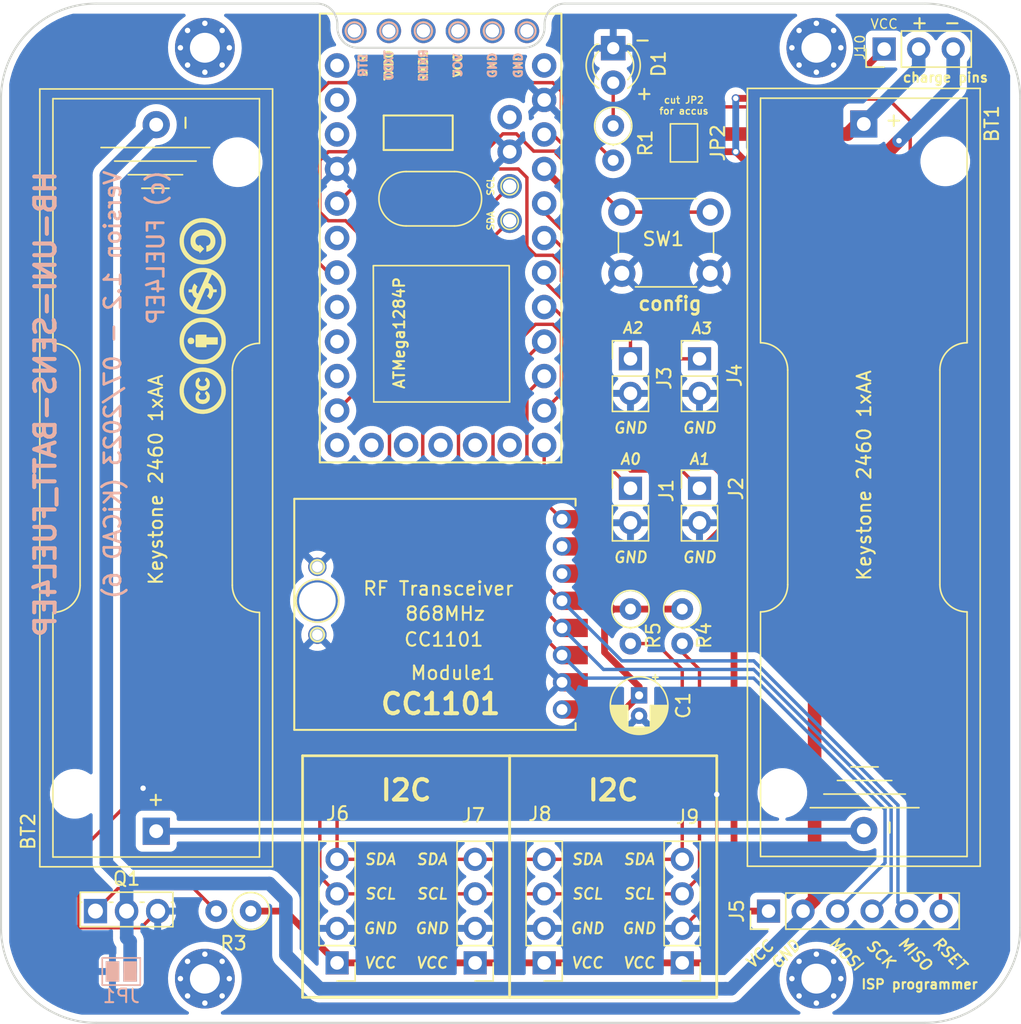
<source format=kicad_pcb>
(kicad_pcb (version 20211014) (generator pcbnew)
  (title_block (title "HB-UNI-SEN-BATT_FUEL4EP") (date "2023-07-24") (rev "V1.2") (company "FUEL4EP"))
  (layers (0 "F.Cu" signal) (31 "B.Cu" signal) (34 "B.Paste" user) (35 "F.Paste" user) (36 "B.SilkS" user "B.Silkscreen") (37 "F.SilkS" user "F.Silkscreen") (38 "B.Mask" user) (39 "F.Mask" user) (44 "Edge.Cuts" user))
  (net 0 "")
  (net 1 "GND")
  (net 2 "Net-(D1-Pad2)")
  (net 3 "/SS")
  (net 4 "/D2")
  (net 5 "/SCL")
  (net 6 "/SDA")
  (net 7 "/A0")
  (net 8 "/A1")
  (net 9 "/A2")
  (net 10 "/A3")
  (net 11 "/MOSI")
  (net 12 "/SCK")
  (net 13 "/MISO")
  (net 14 "/RSET")
  (net 15 "Net-(Q1-Pad1)")
  (net 16 "VCC")
  (net 18 "unconnected-(Module1-Pad6C)")
  (net 30 "/CONFIG")
  (net 31 "Net-(Module2-Pad7C)")
  (net 38 "/minusBAT")
  (net 43 "/plusBAT")
  (net 44 "/conBAT")
  (footprint "LED_THT:LED_D3.0mm" (layer "F.Cu") (at 45.05 -71.72 -90)
    (fp_text reference "D1" (at 1.15 -3.34 90) (layer "F.SilkS"))
    (fp_text value "LED red 3mm")
    (pad "1" thru_hole rect (at 0 0 270) (size 1.8 1.8) (drill 0.9) (layers *.Cu *.Mask) (net 1 "GND"))
    (pad "2" thru_hole circle (at 2.54 0 270) (size 1.8 1.8) (drill 0.9) (layers *.Cu *.Mask) (net 2 "Net-(D1-Pad2)"))
  )
  (footprint "Connector_PinHeader_2.54mm:PinHeader_1x02_P2.54mm_Vertical" (layer "F.Cu") (at 46.32 -39.335)
    (fp_text reference "J1" (at 2.6416 0.1778 90) (layer "F.SilkS"))
    (fp_text value "Conn_01x02")
    (pad "1" thru_hole rect (at 0 0) (size 1.7 1.7) (drill 1) (layers *.Cu *.Mask) (net 7 "/A0"))
    (pad "2" thru_hole oval (at 0 2.54) (size 1.7 1.7) (drill 1) (layers *.Cu *.Mask) (net 1 "GND"))
  )
  (footprint "Connector_PinHeader_2.54mm:PinHeader_1x02_P2.54mm_Vertical" (layer "F.Cu") (at 51.4 -39.335)
    (fp_text reference "J2" (at 2.6924 0.0254 90) (layer "F.SilkS"))
    (fp_text value "Conn_01x02")
    (pad "1" thru_hole rect (at 0 0) (size 1.7 1.7) (drill 1) (layers *.Cu *.Mask) (net 8 "/A1"))
    (pad "2" thru_hole oval (at 0 2.54) (size 1.7 1.7) (drill 1) (layers *.Cu *.Mask) (net 1 "GND"))
  )
  (footprint "Connector_PinHeader_2.54mm:PinHeader_1x04_P2.54mm_Vertical" (layer "F.Cu") (at 34.89 -4.41 180)
    (fp_text reference "J7" (at 0.14 10.85) (layer "F.SilkS"))
    (fp_text value "Conn_01x04")
    (pad "1" thru_hole rect (at 0 0 180) (size 1.7 1.7) (drill 1) (layers *.Cu *.Mask) (net 16 "VCC"))
    (pad "2" thru_hole oval (at 0 2.54 180) (size 1.7 1.7) (drill 1) (layers *.Cu *.Mask) (net 1 "GND"))
    (pad "3" thru_hole oval (at 0 5.08 180) (size 1.7 1.7) (drill 1) (layers *.Cu *.Mask) (net 5 "/SCL"))
    (pad "4" thru_hole oval (at 0 7.62 180) (size 1.7 1.7) (drill 1) (layers *.Cu *.Mask) (net 6 "/SDA"))
  )
  (footprint "Connector_PinHeader_2.54mm:PinHeader_1x02_P2.54mm_Vertical" (layer "F.Cu") (at 46.32 -48.86)
    (fp_text reference "J3" (at 2.4892 1.4224 90) (layer "F.SilkS"))
    (fp_text value "Conn_01x02")
    (pad "1" thru_hole rect (at 0 0) (size 1.7 1.7) (drill 1) (layers *.Cu *.Mask) (net 9 "/A2"))
    (pad "2" thru_hole oval (at 0 2.54) (size 1.7 1.7) (drill 1) (layers *.Cu *.Mask) (net 1 "GND"))
  )
  (footprint "Connector_PinHeader_2.54mm:PinHeader_1x02_P2.54mm_Vertical" (layer "F.Cu") (at 51.4 -48.86)
    (fp_text reference "J4" (at 2.5908 1.2192 90) (layer "F.SilkS"))
    (fp_text value "Conn_01x02")
    (pad "1" thru_hole rect (at 0 0) (size 1.7 1.7) (drill 1) (layers *.Cu *.Mask) (net 10 "/A3"))
    (pad "2" thru_hole oval (at 0 2.54) (size 1.7 1.7) (drill 1) (layers *.Cu *.Mask) (net 1 "GND"))
  )
  (footprint "Connector_PinHeader_2.54mm:PinHeader_1x06_P2.54mm_Vertical" (layer "F.Cu") (at 56.48 -8.22 90)
    (fp_text reference "J5" (at 0 -2.33 90) (layer "F.SilkS"))
    (fp_text value "ISP Programmer")
    (pad "1" thru_hole rect (at 0 0 90) (size 1.7 1.7) (drill 1) (layers *.Cu *.Mask) (net 16 "VCC"))
    (pad "2" thru_hole oval (at 0 2.54 90) (size 1.7 1.7) (drill 1) (layers *.Cu *.Mask) (net 38 "/minusBAT"))
    (pad "3" thru_hole oval (at 0 5.08 90) (size 1.7 1.7) (drill 1) (layers *.Cu *.Mask) (net 11 "/MOSI"))
    (pad "4" thru_hole oval (at 0 7.62 90) (size 1.7 1.7) (drill 1) (layers *.Cu *.Mask) (net 12 "/SCK"))
    (pad "5" thru_hole oval (at 0 10.16 90) (size 1.7 1.7) (drill 1) (layers *.Cu *.Mask) (net 13 "/MISO"))
    (pad "6" thru_hole oval (at 0 12.7 90) (size 1.7 1.7) (drill 1) (layers *.Cu *.Mask) (net 14 "/RSET"))
  )
  (footprint "Connector_PinHeader_2.54mm:PinHeader_1x04_P2.54mm_Vertical" (layer "F.Cu") (at 24.73 -4.41 180)
    (fp_text reference "J6" (at -0.04 10.99) (layer "F.SilkS"))
    (fp_text value "Conn_01x04")
    (pad "1" thru_hole rect (at 0 0 180) (size 1.7 1.7) (drill 1) (layers *.Cu *.Mask) (net 16 "VCC"))
    (pad "2" thru_hole oval (at 0 2.54 180) (size 1.7 1.7) (drill 1) (layers *.Cu *.Mask) (net 1 "GND"))
    (pad "3" thru_hole oval (at 0 5.08 180) (size 1.7 1.7) (drill 1) (layers *.Cu *.Mask) (net 5 "/SCL"))
    (pad "4" thru_hole oval (at 0 7.62 180) (size 1.7 1.7) (drill 1) (layers *.Cu *.Mask) (net 6 "/SDA"))
  )
  (footprint "Capacitor_THT:CP_Radial_D4.0mm_P1.50mm" (layer "F.Cu") (at 46.955 -24.095 -90)
    (fp_text reference "C1" (at 0.75 -3.25 90) (layer "F.SilkS"))
    (fp_text value "10uF")
    (pad "1" thru_hole rect (at 0 0 270) (size 1.2 1.2) (drill 0.6) (layers *.Cu *.Mask) (net 16 "VCC"))
    (pad "2" thru_hole circle (at 1.5 0 270) (size 1.2 1.2) (drill 0.6) (layers *.Cu *.Mask) (net 1 "GND"))
  )
  (footprint "Resistor_THT:R_Axial_DIN0207_L6.3mm_D2.5mm_P2.54mm_Vertical" (layer "F.Cu") (at 50.13 -30.445 -90)
    (fp_text reference "R4" (at 1.945 -1.62 90) (layer "F.SilkS"))
    (fp_text value "10K")
    (pad "1" thru_hole circle (at 0 0 270) (size 1.6 1.6) (drill 0.8) (layers *.Cu *.Mask) (net 16 "VCC"))
    (pad "2" thru_hole oval (at 2.54 0 270) (size 1.6 1.6) (drill 0.8) (layers *.Cu *.Mask) (net 5 "/SCL"))
  )
  (footprint "Resistor_THT:R_Axial_DIN0207_L6.3mm_D2.5mm_P2.54mm_Vertical" (layer "F.Cu") (at 46.32 -30.445 -90)
    (fp_text reference "R5" (at 1.945 -1.68 90) (layer "F.SilkS"))
    (fp_text value "10K")
    (pad "1" thru_hole circle (at 0 0 270) (size 1.6 1.6) (drill 0.8) (layers *.Cu *.Mask) (net 16 "VCC"))
    (pad "2" thru_hole oval (at 2.54 0 270) (size 1.6 1.6) (drill 0.8) (layers *.Cu *.Mask) (net 6 "/SDA"))
  )
  (footprint "Resistor_THT:R_Axial_DIN0207_L6.3mm_D2.5mm_P2.54mm_Vertical" (layer "F.Cu") (at 45.05 -66.005 -90)
    (fp_text reference "R1" (at 1.27 -2.37 90) (layer "F.SilkS"))
    (fp_text value "470")
    (pad "1" thru_hole circle (at 0 0 270) (size 1.6 1.6) (drill 0.8) (layers *.Cu *.Mask) (net 2 "Net-(D1-Pad2)"))
    (pad "2" thru_hole oval (at 2.54 0 270) (size 1.6 1.6) (drill 0.8) (layers *.Cu *.Mask) (net 31 "Net-(Module2-Pad7C)"))
  )
  (footprint "Resistor_THT:R_Axial_DIN0207_L6.3mm_D2.5mm_P2.54mm_Vertical" (layer "F.Cu") (at 18.38 -8.22 180)
    (fp_text reference "R3" (at 1.27 -2.37) (layer "F.SilkS"))
    (fp_text value "100K")
    (pad "1" thru_hole circle (at 0 0 180) (size 1.6 1.6) (drill 0.8) (layers *.Cu *.Mask) (net 16 "VCC"))
    (pad "2" thru_hole oval (at 2.54 0 180) (size 1.6 1.6) (drill 0.8) (layers *.Cu *.Mask) (net 15 "Net-(Q1-Pad1)"))
  )
  (footprint "Package_TO_SOT_THT:TO-251-3_Vertical" (layer "F.Cu") (at 6.95 -8.22)
    (fp_text reference "Q1" (at 2.29 -2.39) (layer "F.SilkS"))
    (fp_text value "IRLU024N")
    (pad "1" thru_hole rect (at 0 0) (size 1.7175 1.8) (drill 1.1) (layers *.Cu *.Mask) (net 15 "Net-(Q1-Pad1)"))
    (pad "2" thru_hole oval (at 2.29 0) (size 1.7175 1.8) (drill 1.1) (layers *.Cu *.Mask) (net 38 "/minusBAT"))
    (pad "3" thru_hole oval (at 4.58 0) (size 1.7175 1.8) (drill 1.1) (layers *.Cu *.Mask) (net 1 "GND"))
  )
  (footprint "Connector_PinHeader_2.54mm:PinHeader_1x04_P2.54mm_Vertical" (layer "F.Cu") (at 50.13 -4.41 180)
    (fp_text reference "J9" (at -0.39 10.74) (layer "F.SilkS"))
    (fp_text value "Conn_01x04")
    (pad "1" thru_hole rect (at 0 0 180) (size 1.7 1.7) (drill 1) (layers *.Cu *.Mask) (net 16 "VCC"))
    (pad "2" thru_hole oval (at 0 2.54 180) (size 1.7 1.7) (drill 1) (layers *.Cu *.Mask) (net 1 "GND"))
    (pad "3" thru_hole oval (at 0 5.08 180) (size 1.7 1.7) (drill 1) (layers *.Cu *.Mask) (net 5 "/SCL"))
    (pad "4" thru_hole oval (at 0 7.62 180) (size 1.7 1.7) (drill 1) (layers *.Cu *.Mask) (net 6 "/SDA"))
  )
  (footprint "Connector_PinHeader_2.54mm:PinHeader_1x03_P2.54mm_Vertical" (layer "F.Cu") (at 64.989 -71.6565 90)
    (fp_text reference "J10" (at 0.127 -1.778 90) (layer "F.SilkS") (effects (font (size 0.7 0.7) (thickness 0.1))))
    (fp_text value "charge")
    (pad "1" thru_hole rect (at 0 0 90) (size 1.7 1.7) (drill 1) (layers *.Cu *.Mask) (net 16 "VCC"))
    (pad "2" thru_hole oval (at 0 2.54 90) (size 1.7 1.7) (drill 1) (layers *.Cu *.Mask) (net 43 "/plusBAT"))
    (pad "3" thru_hole oval (at 0 5.08 90) (size 1.7 1.7) (drill 1) (layers *.Cu *.Mask) (net 38 "/minusBAT"))
  )
  (footprint "FUEL4EP:SolderJumper-2_P1.3mm_Open_Pad1.0x1.5mm" (layer "F.Cu") (at 8.85 -3.775 180)
    (fp_text reference "JP1" (at 0 -1.8) (layer "B.SilkS") (effects (justify mirror)))
    (fp_text value "NO")
    (pad "1" smd rect locked (at -0.65 0 180) (size 1 1.5) (layers "B.Cu" "B.Paste" "B.SilkS" "B.Mask") (net 38 "/minusBAT"))
    (pad "2" smd rect locked (at 0.65 0 180) (size 1 1.5) (layers "B.Cu" "B.Paste" "B.SilkS" "B.Mask") (net 1 "GND"))
  )
  (footprint "FUEL4EP:Tindie_ArduinoProMiniXL_1284P_V2" (layer "F.Cu") (at 41.24 -41.24 90)
    (fp_text reference "Module2" hide)
    (fp_text value "Tindie_Pro_Mini_XL_V2")
    (fp_text user "DTR" (at 29.21 -14.605 90) (layer "B.SilkS") (effects (font (size 0.6 0.6)) (justify mirror)))
    (fp_text user "GND" (at 29.21 -3.175 90) (layer "B.SilkS") (effects (font (size 0.6 0.6)) (justify mirror)))
    (fp_text user "TXD0" (at 29.21 -12.7 90) (layer "B.SilkS") (effects (font (size 0.6 0.6)) (justify mirror)))
    (fp_text user "RXD0" (at 29.21 -10.16 90) (layer "B.SilkS") (effects (font (size 0.6 0.6)) (justify mirror)))
    (fp_text user "VCC" (at 29.21 -7.62 90) (layer "B.SilkS") (effects (font (size 0.6 0.6)) (justify mirror)))
    (fp_text user "GND" (at 29.21 -5.08 90) (layer "B.SilkS") (effects (font (size 0.6 0.6)) (justify mirror)))
    (fp_text user "SCL" (at 20.32 -5.207 90) (layer "F.SilkS") (effects (font (size 0.5 0.5) (thickness 0.1))))
    (fp_text user "GND" (at 29.21 -3.175 90) (layer "F.SilkS") (effects (font (size 0.6 0.6))))
    (fp_text user "RXD0" (at 29.21 -10.16 90) (layer "F.SilkS") (effects (font (size 0.6 0.6))))
    (fp_text user "DTR" (at 29.21 -14.605 90) (layer "F.SilkS") (effects (font (size 0.6 0.6))))
    (fp_text user "GND" (at 29.21 -5.08 90) (layer "F.SilkS") (effects (font (size 0.6 0.6))))
    (fp_text user "ATMega1284P" (at 9.525 -11.938 90) (layer "F.SilkS") (effects (font (size 0.8 0.8))))
    (fp_text user "VCC" (at 29.21 -7.62 90) (layer "F.SilkS") (effects (font (size 0.6 0.6))))
    (fp_text user "TXD0" (at 29.21 -12.7 90) (layer "F.SilkS") (effects (font (size 0.6 0.6))))
    (fp_text user "SDA" (at 17.78 -5.207 90) (layer "F.SilkS") (effects (font (size 0.5 0.5) (thickness 0.1))))
    (pad "1A" thru_hole circle locked (at 29.21 -1.27 90) (size 1.8 1.8) (drill 1) (layers *.Cu *.Mask))
    (pad "1B" thru_hole circle locked (at 1.27 -13.97 90) (size 1.8 1.8) (drill 1) (layers *.Cu *.Mask))
    (pad "1C" thru_hole circle locked (at 29.21 -16.51 90) (size 1.8 1.8) (drill 1) (layers *.Cu *.Mask))
    (pad "1D" thru_hole circle locked (at 31.75 -15.24 90) (size 1.8 1.8) (drill 1) (layers *.Cu *.Mask))
    (pad "1E" thru_hole circle locked (at 25.4 -3.81 90) (size 1.8 1.8) (drill 1) (layers *.Cu *.Mask))
    (pad "2A" thru_hole circle locked (at 26.67 -1.27 90) (size 1.8 1.8) (drill 1) (layers *.Cu *.Mask) (net 1 "GND"))
    (pad "2B" thru_hole circle locked (at 1.27 -11.43 90) (size 1.8 1.8) (drill 1) (layers *.Cu *.Mask))
    (pad "2C" thru_hole circle locked (at 26.67 -16.51 90) (size 1.8 1.8) (drill 1) (layers *.Cu *.Mask))
    (pad "2D" thru_hole circle locked (at 31.75 -12.7 90) (size 1.8 1.8) (drill 1) (layers *.Cu *.Mask))
    (pad "2E" thru_hole circle locked (at 22.86 -3.81 90) (size 1.8 1.8) (drill 1) (layers *.Cu *.Mask) (net 1 "GND"))
    (pad "3A" thru_hole circle locked (at 24.13 -1.27 90) (size 1.8 1.8) (drill 1) (layers *.Cu *.Mask) (net 14 "/RSET"))
    (pad "3B" thru_hole circle locked (at 1.27 -8.89 90) (size 1.8 1.8) (drill 1) (layers *.Cu *.Mask))
    (pad "3C" thru_hole circle locked (at 24.13 -16.51 90) (size 1.8 1.8) (drill 1) (layers *.Cu *.Mask))
    (pad "3D" thru_hole circle locked (at 31.75 -10.16 90) (size 1.8 1.8) (drill 1) (layers *.Cu *.Mask))
    (pad "3E" thru_hole circle locked (at 20.32 -3.81 90) (size 1.8 1.8) (drill 1) (layers *.Cu *.Mask) (net 5 "/SCL"))
    (pad "4A" thru_hole circle locked (at 21.59 -1.27 90) (size 1.8 1.8) (drill 1) (layers *.Cu *.Mask) (net 16 "VCC"))
    (pad "4B" thru_hole circle locked (at 1.27 -6.35 90) (size 1.8 1.8) (drill 1) (layers *.Cu *.Mask))
    (pad "4C" thru_hole circle locked (at 21.59 -16.51 90) (size 1.8 1.8) (drill 1) (layers *.Cu *.Mask) (net 1 "GND"))
    (pad "4D" thru_hole circle locked (at 31.75 -7.62 90) (size 1.8 1.8) (drill 1) (layers *.Cu *.Mask))
    (pad "4E" thru_hole circle locked (at 17.78 -3.81 90) (size 1.8 1.8) (drill 1) (layers *.Cu *.Mask) (net 6 "/SDA"))
    (pad "5A" thru_hole circle locked (at 19.05 -1.27 90) (size 1.8 1.8) (drill 1) (layers *.Cu *.Mask) (net 10 "/A3"))
    (pad "5B" thru_hole circle locked (at 1.27 -3.81 90) (size 1.8 1.8) (drill 1) (layers *.Cu *.Mask))
    (pad "5C" thru_hole circle locked (at 19.05 -16.51 90) (size 1.8 1.8) (drill 1) (layers *.Cu *.Mask) (net 4 "/D2"))
    (pad "5D" thru_hole circle locked (at 31.75 -5.08 90) (size 1.8 1.8) (drill 1) (layers *.Cu *.Mask))
    (pad "6A" thru_hole circle locked (at 16.51 -1.27 90) (size 1.8 1.8) (drill 1) (layers *.Cu *.Mask) (net 9 "/A2"))
    (pad "6C" thru_hole circle locked (at 16.51 -16.51 90) (size 1.8 1.8) (drill 1) (layers *.Cu *.Mask))
    (pad "6D" thru_hole circle locked (at 31.75 -2.54 90) (size 1.8 1.8) (drill 1) (layers *.Cu *.Mask))
    (pad "7A" thru_hole circle locked (at 13.97 -1.27 90) (size 1.8 1.8) (drill 1) (layers *.Cu *.Mask) (net 8 "/A1"))
    (pad "7C" thru_hole circle locked (at 13.97 -16.51 90) (size 1.8 1.8) (drill 1) (layers *.Cu *.Mask) (net 31 "Net-(Module2-Pad7C)"))
    (pad "8A" thru_hole circle locked (at 11.43 -1.27 90) (size 1.8 1.8) (drill 1) (layers *.Cu *.Mask) (net 7 "/A0"))
    (pad "8C" thru_hole circle locked (at 11.43 -16.51 90) (size 1.8 1.8) (drill 1) (layers *.Cu *.Mask))
    (pad "9A" thru_hole circle locked (at 8.89 -1.27 90) (size 1.8 1.8) (drill 1) (layers *.Cu *.Mask) (net 12 "/SCK"))
    (pad "9C" thru_hole circle locked (at 8.89 -16.51 90) (size 1.8 1.8) (drill 1) (layers *.Cu *.Mask))
    (pad "10A" thru_hole circle locked (at 6.35 -1.27 90) (size 1.8 1.8) (drill 1) (layers *.Cu *.Mask) (net 13 "/MISO"))
    (pad "10C" thru_hole circle locked (at 6.35 -16.51 90) (size 1.8 1.8) (drill 1) (layers *.Cu *.Mask))
    (pad "11A" thru_hole circle locked (at 3.81 -1.27 90) (size 1.8 1.8) (drill 1) (layers *.Cu *.Mask) (net 11 "/MOSI"))
    (pad "11C" thru_hole circle locked (at 3.81 -16.51 90) (size 1.8 1.8) (drill 1) (layers *.Cu *.Mask) (net 30 "/CONFIG"))
    (pad "12A" thru_hole circle locked (at 1.27 -1.27 90) (size 1.8 1.8) (drill 1) (layers *.Cu *.Mask) (net 3 "/SS"))
    (pad "12C" thru_hole circle locked (at 1.27 -16.51 90) (size 1.8 1.8) (drill 1) (layers *.Cu *.Mask))
  )
  (footprint "FUEL4EP:CC1101" (layer "F.Cu") (at 43.78 -21.555 180)
    (fp_text reference "Module1" (at 10.53 4.195) (layer "F.SilkS"))
    (fp_text value "CC1101")
    (fp_text user "CC1101" (at 11.2 6.65) (layer "F.SilkS"))
    (fp_text user "868MHz" (at 11.1 8.55) (layer "F.SilkS"))
    (fp_text user "RF Transceiver" (at 11.6 10.4) (layer "F.SilkS"))
    (pad "1A" thru_hole circle (at 20.5 7 180) (size 1.35 1.35) (drill 0.8) (layers *.Cu *.Mask) (net 1 "GND"))
    (pad "1C" connect rect (at 1.5 1.5 180) (size 1.8 1.35) (layers "F.Cu" "F.Mask") (net 16 "VCC"))
    (pad "1C" thru_hole circle (at 2.5 1.5 180) (size 1.35 1.35) (drill 0.8) (layers *.Cu *.Mask) (net 16 "VCC"))
    (pad "2A" thru_hole circle (at 20.5 9.5 180) (size 3 3) (drill 2.7) (layers *.Cu *.Mask))
    (pad "2C" connect rect (at 1.5 3.5 180) (size 1.8 1.35) (layers "F.Cu" "F.Mask") (net 1 "GND"))
    (pad "2C" thru_hole circle (at 2.5 3.5 180) (size 1.35 1.35) (drill 0.8) (layers *.Cu *.Mask) (net 1 "GND"))
    (pad "3A" thru_hole circle (at 20.5 12 180) (size 1.35 1.35) (drill 0.8) (layers *.Cu *.Mask) (net 1 "GND"))
    (pad "3C" thru_hole circle (at 2.5 5.5 180) (size 1.35 1.35) (drill 0.8) (layers *.Cu *.Mask) (net 11 "/MOSI"))
    (pad "3C" connect rect (at 1.5 5.5 180) (size 1.8 1.35) (layers "F.Cu" "F.Mask") (net 11 "/MOSI"))
    (pad "4C" thru_hole circle (at 2.5 7.5 180) (size 1.35 1.35) (drill 0.8) (layers *.Cu *.Mask) (net 12 "/SCK"))
    (pad "4C" connect rect (at 1.5 7.5 180) (size 1.8 1.35) (layers "F.Cu" "F.Mask") (net 12 "/SCK"))
    (pad "5C" connect rect (at 1.5 9.5 180) (size 1.8 1.35) (layers "F.Cu" "F.Mask") (net 13 "/MISO"))
    (pad "5C" thru_hole circle (at 2.5 9.5 180) (size 1.35 1.35) (drill 0.8) (layers *.Cu *.Mask) (net 13 "/MISO"))
    (pad "6C" thru_hole circle (at 2.5 11.5 180) (size 1.35 1.35) (drill 0.8) (layers *.Cu *.Mask) (net 18 "unconnected-(Module1-Pad6C)"))
    (pad "6C" connect rect (at 1.5 11.5 180) (size 1.8 1.35) (layers "F.Cu" "F.Mask") (net 18 "unconnected-(Module1-Pad6C)"))
    (pad "7C" thru_hole circle (at 2.5 13.5 180) (size 1.35 1.35) (drill 0.8) (layers *.Cu *.Mask) (net 4 "/D2"))
    (pad "7C" connect rect (at 1.5 13.5 180) (size 1.8 1.35) (layers "F.Cu" "F.Mask") (net 4 "/D2"))
    (pad "8C" thru_hole circle (at 2.5 15.5 180) (size 1.35 1.35) (drill 0.8) (layers *.Cu *.Mask) (net 3 "/SS"))
    (pad "8C" connect rect (at 1.5 15.5 180) (size 1.8 1.35) (layers "F.Cu" "F.Mask") (net 3 "/SS"))
  )
  (footprint "Jumper:SolderJumper-2_P1.3mm_Bridged_Pad1.0x1.5mm" (layer "F.Cu") (at 50.257 -64.75 -90)
    (fp_text reference "JP2" (at 0 -2.493 90) (layer "F.SilkS"))
    (fp_text value "cut for accus" hide)
    (fp_poly (pts (xy -0.25 -0.3) (xy 0.25 -0.3) (xy 0.25 0.3) (xy -0.25 0.3)) (layer "F.Cu") (width 0) (fill solid))
    (pad "1" smd rect (at -0.65 0 270) (size 1 1.5) (layers "F.Cu" "F.Mask") (net 43 "/plusBAT"))
    (pad "2" smd rect (at 0.65 0 270) (size 1 1.5) (layers "F.Cu" "F.Mask") (net 16 "VCC"))
  )
  (footprint "Button_Switch_THT:SW_PUSH_6mm_H5mm" (layer "F.Cu") (at 45.685 -59.655)
    (fp_text reference "SW1" (at 3.048 1.9812) (layer "F.SilkS"))
    (fp_text value "config button")
    (pad "1" thru_hole circle (at 6.5 0 90) (size 2 2) (drill 1.1) (layers *.Cu *.Mask) (net 30 "/CONFIG"))
    (pad "1" thru_hole circle (at 0 0 90) (size 2 2) (drill 1.1) (layers *.Cu *.Mask) (net 30 "/CONFIG"))
    (pad "2" thru_hole circle (at 0 4.5 90) (size 2 2) (drill 1.1) (layers *.Cu *.Mask) (net 1 "GND"))
    (pad "2" thru_hole circle (at 6.5 4.5 90) (size 2 2) (drill 1.1) (layers *.Cu *.Mask) (net 1 "GND"))
  )
  (footprint "Connector_PinHeader_2.54mm:PinHeader_1x04_P2.54mm_Vertical" (layer "F.Cu") (at 39.97 -4.41 180)
    (fp_text reference "J8" (at 0.31 10.96) (layer "F.SilkS"))
    (fp_text value "Conn_01x04")
    (pad "1" thru_hole rect (at 0 0 180) (size 1.7 1.7) (drill 1) (layers *.Cu *.Mask) (net 16 "VCC"))
    (pad "2" thru_hole oval (at 0 2.54 180) (size 1.7 1.7) (drill 1) (layers *.Cu *.Mask) (net 1 "GND"))
    (pad "3" thru_hole oval (at 0 5.08 180) (size 1.7 1.7) (drill 1) (layers *.Cu *.Mask) (net 5 "/SCL"))
    (pad "4" thru_hole oval (at 0 7.62 180) (size 1.7 1.7) (drill 1) (layers *.Cu *.Mask) (net 6 "/SDA"))
  )
  (footprint "FUEL4EP:MountingHole_2.2mm_M2_Pad_Via" (layer "F.Cu") (at 60 -71.75)
    (fp_text reference "H2" hide)
    (fp_text value "MountingHole")
    (pad "1" thru_hole circle locked (at -1.2728 -1.2728) (size 0.7 0.7) (drill 0.4) (layers *.Cu *.Mask))
    (pad "1" thru_hole circle locked (at -1.2728 1.2728) (size 0.7 0.7) (drill 0.4) (layers *.Cu *.Mask))
    (pad "1" thru_hole circle locked (at 1.8 0) (size 0.7 0.7) (drill 0.4) (layers *.Cu *.Mask))
    (pad "1" thru_hole circle locked (at 0 0) (size 4.4 4.4) (drill 2.2) (layers *.Cu *.Mask))
    (pad "1" thru_hole circle locked (at 1.2728 -1.2728) (size 0.7 0.7) (drill 0.4) (layers *.Cu *.Mask))
    (pad "1" thru_hole circle locked (at 0 -1.8) (size 0.7 0.7) (drill 0.4) (layers *.Cu *.Mask))
    (pad "1" thru_hole circle locked (at 1.2728 1.2728) (size 0.7 0.7) (drill 0.4) (layers *.Cu *.Mask))
    (pad "1" thru_hole circle locked (at -1.8 0) (size 0.7 0.7) (drill 0.4) (layers *.Cu *.Mask))
    (pad "1" thru_hole circle locked (at 0 1.8) (size 0.7 0.7) (drill 0.4) (layers *.Cu *.Mask))
  )
  (footprint "FUEL4EP:MountingHole_2.2mm_M2_Pad_Via" (layer "F.Cu") (at 60 -3.25)
    (fp_text reference "H4" hide)
    (fp_text value "MountingHole")
    (pad "1" thru_hole circle locked (at -1.2728 -1.2728) (size 0.7 0.7) (drill 0.4) (layers *.Cu *.Mask))
    (pad "1" thru_hole circle locked (at -1.8 0) (size 0.7 0.7) (drill 0.4) (layers *.Cu *.Mask))
    (pad "1" thru_hole circle locked (at 1.8 0) (size 0.7 0.7) (drill 0.4) (layers *.Cu *.Mask))
    (pad "1" thru_hole circle locked (at 1.2728 -1.2728) (size 0.7 0.7) (drill 0.4) (layers *.Cu *.Mask))
    (pad "1" thru_hole circle locked (at 1.2728 1.2728) (size 0.7 0.7) (drill 0.4) (layers *.Cu *.Mask))
    (pad "1" thru_hole circle locked (at -1.2728 1.2728) (size 0.7 0.7) (drill 0.4) (layers *.Cu *.Mask))
    (pad "1" thru_hole circle locked (at 0 0) (size 4.4 4.4) (drill 2.2) (layers *.Cu *.Mask))
    (pad "1" thru_hole circle locked (at 0 -1.8) (size 0.7 0.7) (drill 0.4) (layers *.Cu *.Mask))
    (pad "1" thru_hole circle locked (at 0 1.8) (size 0.7 0.7) (drill 0.4) (layers *.Cu *.Mask))
  )
  (footprint "FUEL4EP:MountingHole_2.2mm_M2_Pad_Via" (layer "F.Cu") (at 15 -3.25)
    (fp_text reference "H3" hide)
    (fp_text value "MountingHole")
    (pad "1" thru_hole circle locked (at -1.2728 1.2728) (size 0.7 0.7) (drill 0.4) (layers *.Cu *.Mask))
    (pad "1" thru_hole circle locked (at 1.8 0) (size 0.7 0.7) (drill 0.4) (layers *.Cu *.Mask))
    (pad "1" thru_hole circle locked (at -1.2728 -1.2728) (size 0.7 0.7) (drill 0.4) (layers *.Cu *.Mask))
    (pad "1" thru_hole circle locked (at 1.2728 1.2728) (size 0.7 0.7) (drill 0.4) (layers *.Cu *.Mask))
    (pad "1" thru_hole circle locked (at -1.8 0) (size 0.7 0.7) (drill 0.4) (layers *.Cu *.Mask))
    (pad "1" thru_hole circle locked (at 0 0) (size 4.4 4.4) (drill 2.2) (layers *.Cu *.Mask))
    (pad "1" thru_hole circle locked (at 0 -1.8) (size 0.7 0.7) (drill 0.4) (layers *.Cu *.Mask))
    (pad "1" thru_hole circle locked (at 1.2728 -1.2728) (size 0.7 0.7) (drill 0.4) (layers *.Cu *.Mask))
    (pad "1" thru_hole circle locked (at 0 1.8) (size 0.7 0.7) (drill 0.4) (layers *.Cu *.Mask))
  )
  (footprint "FUEL4EP:CC-BY-ND-SA" (layer "F.Cu") (at 14.824 -52 90)
    (fp_text reference "LOGO1" hide)
    (fp_text value "Logo_Open_Hardware_Small" hide)
  )
  (footprint "FUEL4EP:MountingHole_2.2mm_M2_Pad_Via" (layer "F.Cu") (at 15 -71.75)
    (fp_text reference "H1" hide)
    (fp_text value "MountingHole")
    (pad "1" thru_hole circle locked (at 1.2728 -1.2728) (size 0.7 0.7) (drill 0.4) (layers *.Cu *.Mask))
    (pad "1" thru_hole circle locked (at -1.8 0) (size 0.7 0.7) (drill 0.4) (layers *.Cu *.Mask))
    (pad "1" thru_hole circle locked (at -1.2728 -1.2728) (size 0.7 0.7) (drill 0.4) (layers *.Cu *.Mask))
    (pad "1" thru_hole circle locked (at 1.2728 1.2728) (size 0.7 0.7) (drill 0.4) (layers *.Cu *.Mask))
    (pad "1" thru_hole circle locked (at 0 1.8) (size 0.7 0.7) (drill 0.4) (layers *.Cu *.Mask))
    (pad "1" thru_hole circle locked (at 0 -1.8) (size 0.7 0.7) (drill 0.4) (layers *.Cu *.Mask))
    (pad "1" thru_hole circle locked (at -1.2728 1.2728) (size 0.7 0.7) (drill 0.4) (layers *.Cu *.Mask))
    (pad "1" thru_hole circle locked (at 1.8 0) (size 0.7 0.7) (drill 0.4) (layers *.Cu *.Mask))
    (pad "1" thru_hole circle locked (at 0 0) (size 4.4 4.4) (drill 2.2) (layers *.Cu *.Mask))
  )
  (footprint "FUEL4EP:BatteryHolder_Keystone_2460_1xAA" (layer "F.Cu") (at 11.42 -14.1 90)
    (fp_text reference "BT2" (at -0.02 -9.42 90) (layer "F.SilkS"))
    (fp_text value "AA")
    (fp_text user "+" (at 2.2988 -0.1012 90) (layer "F.SilkS"))
    (fp_text user "-" (at 52.1336 2.0832 90) (layer "F.SilkS"))
    (fp_text user "Keystone 2460 1xAA" (at 25.86228 -0.0254 90) (layer "F.SilkS"))
    (pad "" np_thru_hole circle locked (at 49.23 5.995 90) (size 2.64 2.64) (drill 2.64) (layers *.Cu *.Mask))
    (pad "" np_thru_hole circle locked (at 2.75 -5.995 180) (size 2.64 2.64) (drill 2.64) (layers *.Cu *.Mask))
    (pad "1" thru_hole rect locked (at 0 0 270) (size 2 2) (drill 1.02) (layers *.Cu *.Mask) (net 44 "/conBAT"))
    (pad "2" thru_hole circle locked (at 51.99 0 270) (size 2 2) (drill 1.02) (layers *.Cu *.Mask) (net 38 "/minusBAT"))
  )
  (footprint "FUEL4EP:BatteryHolder_Keystone_2460_1xAA" (layer "F.Cu") (at 63.49 -66.14 -90)
    (fp_text reference "BT1" (at -0.02 -9.42 90) (layer "F.SilkS"))
    (fp_text value "AA")
    (fp_text user "-" (at 51.7732 -1.8292 90) (layer "F.SilkS"))
    (fp_text user "Keystone 2460 1xAA" (at 25.86228 -0.0254 90) (layer "F.SilkS"))
    (fp_text user "+" (at -0.246 -2.134 90) (layer "F.SilkS"))
    (pad "" np_thru_hole circle locked (at 2.75 -5.995) (size 2.64 2.64) (drill 2.64) (layers *.Cu *.Mask))
    (pad "" np_thru_hole circle locked (at 49.23 5.995 270) (size 2.64 2.64) (drill 2.64) (layers *.Cu *.Mask))
    (pad "1" thru_hole rect locked (at 0 0 90) (size 2 2) (drill 1.02) (layers *.Cu *.Mask) (net 43 "/plusBAT"))
    (pad "2" thru_hole circle locked (at 51.99 0 90) (size 2 2) (drill 1.02) (layers *.Cu *.Mask) (net 44 "/conBAT"))
  )
  (gr_line (start 37.43 -1.87) (end 37.43 -19.65) (layer "F.SilkS") (width 0.2))
  (gr_line (start 22.19 -1.87) (end 37.43 -1.87) (layer "F.SilkS") (width 0.2))
  (gr_line (start 22.19 -19.65) (end 22.19 -1.87) (layer "F.SilkS") (width 0.2))
  (gr_line (start 37.43 -19.65) (end 22.19 -19.65) (layer "F.SilkS") (width 0.2))
  (gr_line (start 37.43 -1.87) (end 52.67 -1.87) (layer "F.SilkS") (width 0.2))
  (gr_line (start 52.67 -1.87) (end 52.67 -19.65) (layer "F.SilkS") (width 0.2))
  (gr_line (start 37.43 -19.65) (end 37.43 -1.87) (layer "F.SilkS") (width 0.2))
  (gr_line (start 52.67 -19.65) (end 37.43 -19.65) (layer "F.SilkS") (width 0.2))
  (gr_arc (start 75 -7) (mid 72.949747 -2.050253) (end 68 0) (layer "Edge.Cuts") (width 0.15))
  (gr_line (start 7 0) (end 68 0) (layer "Edge.Cuts") (width 0.15))
  (gr_arc (start 26.25 -71.75) (mid 25.18934 -72.18934) (end 24.75 -73.25) (layer "Edge.Cuts") (width 0.15))
  (gr_arc (start 0 -68) (mid 2.050253 -72.949747) (end 7 -75) (layer "Edge.Cuts") (width 0.15))
  (gr_line (start 24.75 -73.5) (end 24.75 -73.25) (layer "Edge.Cuts") (width 0.15))
  (gr_arc (start 23.25 -75) (mid 24.31066 -74.56066) (end 24.75 -73.5) (layer "Edge.Cuts") (width 0.15))
  (gr_line (start 75 -7) (end 75 -68) (layer "Edge.Cuts") (width 0.15))
  (gr_arc (start 40 -73.5) (mid 40.43934 -74.56066) (end 41.5 -75) (layer "Edge.Cuts") (width 0.15))
  (gr_arc (start 40 -73.25) (mid 39.56066 -72.18934) (end 38.5 -71.75) (layer "Edge.Cuts") (width 0.15))
  (gr_arc (start 7 0) (mid 2.050253 -2.050253) (end 0 -7) (layer "Edge.Cuts") (width 0.15))
  (gr_line (start 23 -75) (end 23.25 -75) (layer "Edge.Cuts") (width 0.15))
  (gr_line (start 26.25 -71.75) (end 38.5 -71.75) (layer "Edge.Cuts") (width 0.15))
  (gr_line (start 40 -73.5) (end 40 -73.25) (layer "Edge.Cuts") (width 0.15))
  (gr_line (start 0 -68) (end 0 -7) (layer "Edge.Cuts") (width 0.15))
  (gr_line (start 41.5 -75) (end 68 -75) (layer "Edge.Cuts") (width 0.15))
  (gr_line (start 7 -75) (end 23 -75) (layer "Edge.Cuts") (width 0.15))
  (gr_arc (start 68 -75) (mid 72.949747 -72.949747) (end 75 -68) (layer "Edge.Cuts") (width 0.15))
  (gr_text "Version 1.2 - 07/2023 (KiCAD 6)\n" (at 8.22 -62.83 90) (layer "B.SilkS") (effects (font (size 1.2 1.2) (thickness 0.2)) (justify left mirror)))
  (gr_text "HB-UNI-SENS-BATT_FUEL4EP\n\n\n" (at 5.68 -62.83 90) (layer "B.SilkS") (effects (font (size 1.5 1.5) (thickness 0.3)) (justify left mirror)))
  (gr_text "(c) FUEL4EP\n" (at 11.395 -62.83 90) (layer "B.SilkS") (effects (font (size 1.2 1.2) (thickness 0.2)) (justify left mirror)))
  (gr_text "VCC" (at 31.715 -4.41) (layer "F.SilkS") (effects (font (size 0.8 0.8) (thickness 0.15) italic)))
  (gr_text "GND" (at 31.715 -6.95) (layer "F.SilkS") (effects (font (size 0.8 0.8) (thickness 0.15) italic)))
  (gr_text "SCL" (at 31.715 -9.49) (layer "F.SilkS") (effects (font (size 0.8 0.8) (thickness 0.15) italic)))
  (gr_text "SDA" (at 31.715 -12.03) (layer "F.SilkS") (effects (font (size 0.8 0.8) (thickness 0.15) italic)))
  (gr_text "SDA" (at 43.145 -12.03) (layer "F.SilkS") (effects (font (size 0.8 0.8) (thickness 0.15) italic)))
  (gr_text "SCL" (at 43.145 -9.49) (layer "F.SilkS") (effects (font (size 0.8 0.8) (thickness 0.15) italic)))
  (gr_text "GND" (at 43.145 -6.95) (layer "F.SilkS") (effects (font (size 0.8 0.8) (thickness 0.15) italic)))
  (gr_text "GND" (at 51.4 -34.255) (layer "F.SilkS") (effects (font (size 0.8 0.8) (thickness 0.15) italic)))
  (gr_text "charge pins" (at 69.4975 -69.561) (layer "F.SilkS") (effects (font (size 0.7 0.7))))
  (gr_text "RSET" (at 69.815 -5.045 315) (layer "F.SilkS") (effects (font (size 0.8 0.8) (thickness 0.15) italic)))
  (gr_text "I2C" (at 45.05 -17.11) (layer "F.SilkS") (effects (font (size 1.5 1.5) (thickness 0.3))))
  (gr_text "GND" (at 46.32 -34.255) (layer "F.SilkS") (effects (font (size 0.8 0.8) (thickness 0.15) italic)))
  (gr_text "CC1101" (at 32.35 -23.46) (layer "F.SilkS") (effects (font (size 1.5 1.5) (thickness 0.3))))
  (gr_text "GND" (at 46.32 -43.78) (layer "F.SilkS") (effects (font (size 0.8 0.8) (thickness 0.15) italic)))
  (gr_text "+\n" (at 67.5925 -73.625) (layer "F.SilkS") (effects (font (size 1 1))))
  (gr_text "VCC" (at 27.905 -4.41) (layer "F.SilkS") (effects (font (size 0.8 0.8) (thickness 0.15) italic)))
  (gr_text "-\n" (at 47.209 -72.355) (layer "F.SilkS") (effects (font (size 1 1))))
  (gr_text "I2C" (at 29.81 -17.11) (layer "F.SilkS") (effects (font (size 1.5 1.5) (thickness 0.3))))
  (gr_text "MOSI" (at 62.195 -5.045 315) (layer "F.SilkS") (effects (font (size 0.8 0.8) (thickness 0.15) italic)))
  (gr_text "SCK" (at 64.735 -5.045 315) (layer "F.SilkS") (effects (font (size 0.8 0.8) (thickness 0.15) italic)))
  (gr_text "VCC" (at 55.845 -5.045 45) (layer "F.SilkS") (effects (font (size 0.8 0.8) (thickness 0.15) italic)))
  (gr_text "GND" (at 51.4 -43.78) (layer "F.SilkS") (effects (font (size 0.8 0.8) (thickness 0.15) italic)))
  (gr_text "A1" (at 51.4 -41.48) (layer "F.SilkS") (effects (font (size 0.8 0.8) (thickness 0.15) italic)))
  (gr_text "VCC" (at 64.989 -73.498) (layer "F.SilkS") (effects (font (size 0.7 0.7) (thickness 0.1))))
  (gr_text "VCC" (at 43.145 -4.41) (layer "F.SilkS") (effects (font (size 0.8 0.8) (thickness 0.15) italic)))
  (gr_text "SDA" (at 27.905 -12.03) (layer "F.SilkS") (effects (font (size 0.8 0.8) (thickness 0.15) italic)))
  (gr_text "+" (at 47.336 -68.418) (layer "F.SilkS") (effects (font (size 1 1))))
  (gr_text "A0" (at 46.32 -41.48) (layer "F.SilkS") (effects (font (size 0.8 0.8) (thickness 0.15) italic)))
  (gr_text "A2" (at 46.49 -51.13) (layer "F.SilkS") (effects (font (size 0.8 0.8) (thickness 0.15) italic)))
  (gr_text "-\n" (at 70.0055 -73.625) (layer "F.SilkS") (effects (font (size 1 1))))
  (gr_text "SCL" (at 46.955 -9.49) (layer "F.SilkS") (effects (font (size 0.8 0.8) (thickness 0.15) italic)))
  (gr_text "ISP programmer" (at 67.5925 -2.8352) (layer "F.SilkS") (effects (font (size 0.7 0.7))))
  (gr_text "GND" (at 46.955 -6.95) (layer "F.SilkS") (effects (font (size 0.8 0.8) (thickness 0.15) italic)))
  (gr_text "GND" (at 57.75 -5.045 45) (layer "F.SilkS") (effects (font (size 0.8 0.8) (thickness 0.15) italic)))
  (gr_text "SDA" (at 46.955 -12.03) (layer "F.SilkS") (effects (font (size 0.8 0.8) (thickness 0.15) italic)))
  (gr_text "VCC" (at 46.955 -4.41) (layer "F.SilkS") (effects (font (size 0.8 0.8) (thickness 0.15) italic)))
  (gr_text "cut JP2\nfor accus" (at 50.25 -67.5) (layer "F.SilkS") (effects (font (size 0.5 0.5) (thickness 0.1))))
  (gr_text "A3" (at 51.54 -51.1) (layer "F.SilkS") (effects (font (size 0.8 0.8) (thickness 0.15) italic)))
  (gr_text "GND" (at 27.905 -6.95) (layer "F.SilkS") (effects (font (size 0.8 0.8) (thickness 0.15) italic)))
  (gr_text "SCL" (at 27.905 -9.49) (layer "F.SilkS") (effects (font (size 0.8 0.8) (thickness 0.15) italic)))
  (gr_text "MISO" (at 67.275 -5.045 315) (layer "F.SilkS") (effects (font (size 0.8 0.8) (thickness 0.15) italic)))
  (gr_text "config" (at 49.2283 -52.924) (layer "F.SilkS") (effects (font (size 1 1) (thickness 0.2))))
  (segment (start 34.89 -6.95) (end 39.97 -6.95) (width 0.25) (layer "F.Cu") (net 1))
  (segment (start 10.305 -6.995) (end 5.76625 -6.995) (width 0.25) (layer "F.Cu") (net 1))
  (segment (start 52.67 -9.49) (end 52.67 -16.8052) (width 0.25) (layer "F.Cu") (net 1))
  (segment (start 5.7308 -7.03045) (end 5.7308 -12.538) (width 0.25) (layer "F.Cu") (net 1))
  (segment (start 5.76625 -6.995) (end 5.7308 -7.03045) (width 0.25) (layer "F.Cu") (net 1))
  (segment (start 41.28 -25.055) (end 42.28 -25.055) (width 0.25) (layer "F.Cu") (net 1))
  (segment (start 5.7308 -12.538) (end 10.4552 -17.2624) (width 0.25) (layer "F.Cu") (net 1))
  (segment (start 11.53 -8.22) (end 10.305 -6.995) (width 0.25) (layer "F.Cu") (net 1))
  (segment (start 39.97 -6.95) (end 50.13 -6.95) (width 0.25) (layer "F.Cu") (net 1))
  (segment (start 24.73 -6.95) (end 34.89 -6.95) (width 0.25) (layer "F.Cu") (net 1))
  (segment (start 50.13 -6.95) (end 52.67 -9.49) (width 0.25) (layer "F.Cu") (net 1))
  (via (at 10.4552 -17.2624) (size 0.6) (drill 0.4) (layers "F.Cu" "B.Cu") (net 1))
  (via (at 52.67 -16.8052) (size 0.6) (drill 0.4) (layers "F.Cu" "B.Cu") (net 1))
  (segment (start 45.05 -66.005) (end 45.05 -69.18) (width 0.25) (layer "F.Cu") (net 2))
  (segment (start 39.97 -38.365) (end 39.97 -42.51) (width 0.25) (layer "F.Cu") (net 3))
  (segment (start 41.28 -37.055) (end 42.28 -37.055) (width 0.25) (layer "F.Cu") (net 3))
  (segment (start 41.28 -37.055) (end 39.97 -38.365) (width 0.25) (layer "F.Cu") (net 3))
  (segment (start 40.605 -56.48) (end 39.335 -56.48) (width 0.25) (layer "F.Cu") (net 4))
  (segment (start 38.7 -57.115) (end 38.7 -62.195) (width 0.25) (layer "F.Cu") (net 4))
  (segment (start 38.7 -62.195) (end 38.065 -62.83) (width 0.25) (layer "F.Cu") (net 4))
  (segment (start 27.27 -62.83) (end 24.73 -60.29) (width 0.25) (layer "F.Cu") (net 4))
  (segment (start 41.24 -55.845) (end 40.605 -56.48) (width 0.25) (layer "F.Cu") (net 4))
  (segment (start 41.24 -54.575) (end 43.145 -52.67) (width 0.25) (layer "F.Cu") (net 4))
  (segment (start 51.565 -35.055) (end 53.305 -36.795) (width 0.25) (layer "F.Cu") (net 4))
  (segment (start 53.305 -36.795) (end 53.305 -39.97) (width 0.25) (layer "F.Cu") (net 4))
  (segment (start 43.145 -45.05) (end 46.955 -41.24) (width 0.25) (layer "F.Cu") (net 4))
  (segment (start 46.955 -41.24) (end 52.035 -41.24) (width 0.25) (layer "F.Cu") (net 4))
  (segment (start 52.035 -41.24) (end 53.305 -39.97) (width 0.25) (layer "F.Cu") (net 4))
  (segment (start 41.28 -35.055) (end 51.565 -35.055) (width 0.25) (layer "F.Cu") (net 4))
  (segment (start 41.28 -35.055) (end 42.28 -35.055) (width 0.25) (layer "F.Cu") (net 4))
  (segment (start 39.335 -56.48) (end 38.7 -57.115) (width 0.25) (layer "F.Cu") (net 4))
  (segment (start 43.145 -52.67) (end 43.145 -45.05) (width 0.25) (layer "F.Cu") (net 4))
  (segment (start 41.24 -55.845) (end 41.24 -54.575) (width 0.25) (layer "F.Cu") (net 4))
  (segment (start 38.065 -62.83) (end 27.27 -62.83) (width 0.25) (layer "F.Cu") (net 4))
  (segment (start 34.89 -9.49) (end 39.97 -9.49) (width 0.25) (layer "F.Cu") (net 5))
  (segment (start 39.97 -9.49) (end 50.13 -9.49) (width 0.25) (layer "F.Cu") (net 5))
  (segment (start 51.4 -26) (end 51.4 -10.76) (width 0.25) (layer "F.Cu") (net 5))
  (segment (start 50.13 -27.27) (end 51.4 -26) (width 0.25) (layer "F.Cu") (net 5))
  (segment (start 50.765 -10.125) (end 51.4 -10.76) (width 0.25) (layer "F.Cu") (net 5))
  (segment (start 23.46 -19.015) (end 28.584999 -24.139999) (width 0.25) (layer "F.Cu") (net 5))
  (segment (start 24.73 -9.49) (end 34.89 -9.49) (width 0.25) (layer "F.Cu") (net 5))
  (segment (start 50.13 -9.49) (end 50.765 -10.125) (width 0.25) (layer "F.Cu") (net 5))
  (segment (start 24.73 -9.49) (end 23.46 -10.76) (width 0.25) (layer "F.Cu") (net 5))
  (segment (start 28.584999 -24.139999) (end 28.584999 -52.714999) (width 0.25) (layer "F.Cu") (net 5))
  (segment (start 28.584999 -52.714999) (end 37.43 -61.56) (width 0.25) (layer "F.Cu") (net 5))
  (segment (start 23.46 -10.76) (end 23.46 -19.015) (width 0.25) (layer "F.Cu") (net 5))
  (segment (start 39.97 -12.03) (end 50.13 -12.03) (width 0.25) (layer "F.Cu") (net 6))
  (segment (start 24.73 -19.015) (end 24.73 -12.03) (width 0.25) (layer "F.Cu") (net 6))
  (segment (start 48.225 -27.905) (end 50.13 -26) (width 0.25) (layer "F.Cu") (net 6))
  (segment (start 31.035001 -52.625001) (end 37.43 -59.02) (width 0.25) (layer "F.Cu") (net 6))
  (segment (start 34.89 -12.03) (end 39.97 -12.03) (width 0.25) (layer "F.Cu") (net 6))
  (segment (start 24.73 -12.03) (end 34.89 -12.03) (width 0.25) (layer "F.Cu") (net 6))
  (segment (start 46.32 -27.905) (end 48.225 -27.905) (width 0.25) (layer "F.Cu") (net 6))
  (segment (start 50.13 -12.03) (end 50.13 -26) (width 0.25) (layer "F.Cu") (net 6))
  (segment (start 24.73 -19.015) (end 31.035001 -25.320001) (width 0.25) (layer "F.Cu") (net 6))
  (segment (start 31.035001 -25.320001) (end 31.035001 -52.625001) (width 0.25) (layer "F.Cu") (net 6))
  (segment (start 41.875 -43.78) (end 46.32 -39.335) (width 0.25) (layer "F.Cu") (net 7))
  (segment (start 41.875 -51.4) (end 40.605 -52.67) (width 0.25) (layer "F.Cu") (net 7))
  (segment (start 41.875 -51.4) (end 41.875 -43.78) (width 0.25) (layer "F.Cu") (net 7))
  (segment (start 42.51 -44.415) (end 46.32 -40.605) (width 0.25) (layer "F.Cu") (net 8))
  (segment (start 46.32 -40.605) (end 50.13 -40.605) (width 0.25) (layer "F.Cu") (net 8))
  (segment (start 50.13 -40.605) (end 51.4 -39.335) (width 0.25) (layer "F.Cu") (net 8))
  (segment (start 42.51 -52.035) (end 42.51 -44.415) (width 0.25) (layer "F.Cu") (net 8))
  (segment (start 42.51 -52.035) (end 39.97 -54.575) (width 0.25) (layer "F.Cu") (net 8))
  (segment (start 41.875 -55.21) (end 46.32 -50.765) (width 0.25) (layer "F.Cu") (net 9))
  (segment (start 46.32 -50.765) (end 46.32 -48.86) (width 0.25) (layer "F.Cu") (net 9))
  (segment (start 40.605 -57.75) (end 41.875 -56.48) (width 0.25) (layer "F.Cu") (net 9))
  (segment (start 41.875 -56.48) (end 41.875 -55.21) (width 0.25) (layer "F.Cu") (net 9))
  (segment (start 42.51 -57.115) (end 39.97 -59.655) (width 0.25) (layer "F.Cu") (net 10))
  (segment (start 42.51 -55.845) (end 49.495 -48.86) (width 0.25) (layer "F.Cu") (net 10))
  (segment (start 49.495 -48.86) (end 51.4 -48.86) (width 0.25) (layer "F.Cu") (net 10))
  (segment (start 42.51 -57.115) (end 42.51 -55.845) (width 0.25) (layer "F.Cu") (net 10))
  (segment (start 33.664999 -45.729999) (end 39.335 -51.4) (width 0.25) (layer "F.Cu") (net 11))
  (segment (start 41.24 -46.32) (end 39.97 -45.05) (width 0.25) (layer "F.Cu") (net 11))
  (segment (start 41.28 -27.055) (end 42.28 -27.055) (width 0.25) (layer "F.Cu") (net 11))
  (segment (start 39.335 -51.4) (end 40.605 -51.4) (width 0.25) (layer "F.Cu") (net 11))
  (segment (start 33.664999 -34.670001) (end 33.664999 -45.729999) (width 0.25) (layer "F.Cu") (net 11))
  (segment (start 40.605 -51.4) (end 41.24 -50.765) (width 0.25) (layer "F.Cu") (net 11))
  (segment (start 41.24 -50.765) (end 41.24 -46.32) (width 0.25) (layer "F.Cu") (net 11))
  (segment (start 41.28 -27.055) (end 33.664999 -34.670001) (width 0.25) (layer "F.Cu") (net 11))
  (segment (start 42.97 -25.365) (end 55.3878 -25.365) (width 0.25) (layer "B.Cu") (net 11))
  (segment (start 55.3878 -25.365) (end 65.0525 -15.7003) (width 0.25) (layer "B.Cu") (net 11))
  (segment (start 41.28 -27.055) (end 42.97 -25.365) (width 0.25) (layer "B.Cu") (net 11))
  (segment (start 65.0525 -11.7633) (end 61.5092 -8.22) (width 0.25) (layer "B.Cu") (net 11))
  (segment (start 65.0525 -15.7003) (end 65.0525 -11.7633) (width 0.25) (layer "B.Cu") (net 11))
  (segment (start 38.065 -39.185) (end 36.204999 -41.045001) (width 0.25) (layer "F.Cu") (net 12))
  (segment (start 41.28 -29.055) (end 42.28 -29.055) (width 0.25) (layer "F.Cu") (net 12))
  (segment (start 36.204999 -41.045001) (end 36.204999 -46.454999) (width 0.25) (layer "F.Cu") (net 12))
  (segment (start 38.065 -32.27) (end 38.065 -39.185) (width 0.25) (layer "F.Cu") (net 12))
  (segment (start 36.204999 -46.454999) (end 39.88 -50.13) (width 0.25) (layer "F.Cu") (net 12))
  (segment (start 41.28 -29.055) (end 38.065 -32.27) (width 0.25) (layer "F.Cu") (net 12))
  (segment (start 41.28 -29.055) (end 44.335 -26) (width 0.25) (layer "B.Cu") (net 12))
  (segment (start 55.38921 -26) (end 65.502511 -15.8867) (width 0.25) (layer "B.Cu") (net 12))
  (segment (start 65.502511 -15.8867) (end 65.502511 -9.520911) (width 0.25) (layer "B.Cu") (net 12))
  (segment (start 65.502511 -9.520911) (end 64.2016 -8.22) (width 0.25) (layer "B.Cu") (net 12))
  (segment (start 44.335 -26) (end 55.38921 -26) (width 0.25) (layer "B.Cu") (net 12))
  (segment (start 39.97 -47.59) (end 38.7 -46.32) (width 0.25) (layer "F.Cu") (net 13))
  (segment (start 38.7 -33.635) (end 41.28 -31.055) (width 0.25) (layer "F.Cu") (net 13))
  (segment (start 38.7 -33.635) (end 38.7 -46.32) (width 0.25) (layer "F.Cu") (net 13))
  (segment (start 41.28 -31.055) (end 42.28 -31.055) (width 0.25) (layer "F.Cu") (net 13))
  (segment (start 41.28 -31.04) (end 45.685 -26.635) (width 0.25) (layer "B.Cu") (net 13))
  (segment (start 66.005 -16.02062) (end 66.005 -8.855) (width 0.25) (layer "B.Cu") (net 13))
  (segment (start 66.005 -8.855) (end 66.64 -8.22) (width 0.25) (layer "B.Cu") (net 13))
  (segment (start 45.685 -26.635) (end 55.39062 -26.635) (width 0.25) (layer "B.Cu") (net 13))
  (segment (start 55.39062 -26.635) (end 66.005 -16.02062) (width 0.25) (layer "B.Cu") (net 13))
  (segment (start 44.415 -61.56) (end 40.605 -65.37) (width 0.25) (layer "F.Cu") (net 14))
  (segment (start 47.336 -61.56) (end 44.415 -61.56) (width 0.25) (layer "F.Cu") (net 14))
  (segment (start 69.1292 -8.2708) (end 69.1292 -21.174) (width 0.25) (layer "F.Cu") (net 14))
  (segment (start 62.449 -67.9735) (end 61.8775 -67.402) (width 0.25) (layer "F.Cu") (net 14))
  (segment (start 65.3065 -67.9735) (end 62.449 -67.9735) (width 0.25) (layer "F.Cu") (net 14))
  (segment (start 66.906209 -23.396991) (end 66.906209 -66.373791) (width 0.25) (layer "F.Cu") (net 14))
  (segment (start 48.225 -67.402) (end 47.971 -67.148) (width 0.25) (layer "F.Cu") (net 14))
  (segment (start 66.906209 -66.373791) (end 65.3065 -67.9735) (width 0.25) (layer "F.Cu") (net 14))
  (segment (start 47.971 -67.148) (end 47.971 -62.195) (width 0.25) (layer "F.Cu") (net 14))
  (segment (start 61.8775 -67.402) (end 48.225 -67.402) (width 0.25) (layer "F.Cu") (net 14))
  (segment (start 69.1292 -21.174) (end 66.906209 -23.396991) (width 0.25) (layer "F.Cu") (net 14))
  (segment (start 47.971 -62.195) (end 47.336 -61.56) (width 0.25) (layer "F.Cu") (net 14))
  (segment (start 15.84 -8.22) (end 14.189 -9.871) (width 0.25) (layer "F.Cu") (net 15))
  (segment (start 14.189 -9.871) (end 8.601 -9.871) (width 0.25) (layer "F.Cu") (net 15))
  (segment (start 8.601 -9.871) (end 6.95 -8.22) (width 0.25) (layer "F.Cu") (net 15))
  (segment (start 34.89 -4.41) (end 39.97 -4.41) (width 0.5) (layer "F.Cu") (net 16))
  (segment (start 39.97 -4.41) (end 50.13 -4.41) (width 0.5) (layer "F.Cu") (net 16))
  (segment (start 44.415 -32.985) (end 45.05 -33.62) (width 0.5) (layer "F.Cu") (net 16))
  (segment (start 45.05 -33.62) (end 53.305 -33.62) (width 0.5) (layer "F.Cu") (net 16))
  (segment (start 44.415 -31.08) (end 44.415 -32.985) (width 0.5) (layer "F.Cu") (net 16))
  (segment (start 44.415 -31.08) (end 45.05 -30.445) (width 0.5) (layer "F.Cu") (net 16))
  (segment (start 45.05 -30.445) (end 44.415 -29.81) (width 0.5) (layer "F.Cu") (net 16))
  (segment (start 20.92 -8.22) (end 24.73 -4.41) (width 0.5) (layer "F.Cu") (net 16))
  (segment (start 45.05 -57.75) (end 39.97 -62.83) (width 0.5) (layer "F.Cu") (net 16))
  (segment (start 53.94 -57.04) (end 56.48 -59.58) (width 0.5) (layer "F.Cu") (net 16))
  (segment (start 53.94 -57.115) (end 53.305 -57.75) (width 0.5) (layer "F.Cu") (net 16))
  (segment (start 45.05 -57.75) (end 53.305 -57.75) (width 0.5) (layer "F.Cu") (net 16))
  (segment (start 54.575 -8.22) (end 56.48 -8.22) (width 0.5) (layer "F.Cu") (net 16))
  (segment (start 44.415 -27.27) (end 44.415 -29.81) (width 0.5) (layer "F.Cu") (net 16))
  (segment (start 45.915 -23.055) (end 46.955 -24.095) (width 0.5) (layer "F.Cu") (net 16))
  (segment (start 46.955 -24.73) (end 46.955 -24.095) (width 0.5) (layer "F.Cu") (net 16))
  (segment (start 53.94 -57.04) (end 53.94 -57.115) (width 0.5) (layer "F.Cu") (net 16))
  (segment (start 54.067 -64.1) (end 56.48 -61.687) (width 0.5) (layer "F.Cu") (net 16))
  (segment (start 56.48 -61.687) (end 56.48 -59.58) (width 0.5) (layer "F.Cu") (net 16))
  (segment (start 50.257 -64.1) (end 54.067 -64.1) (width 0.5) (layer "F.Cu") (net 16))
  (segment (start 54.067 -68.027) (end 61.3595 -68.027) (width 0.5) (layer "F.Cu") (net 16))
  (segment (start 53.94 -8.855) (end 54.575 -8.22) (width 0.5) (layer "F.Cu") (net 16))
  (segment (start 53.305 -33.62) (end 53.94 -34.255) (width 0.5) (layer "F.Cu") (net 16))
  (segment (start 61.3595 -68.027) (end 64.9255 -71.593) (width 0.5) (layer "F.Cu") (net 16))
  (segment (start 53.94 -8.855) (end 53.94 -6.19) (width 0.5) (layer "F.Cu") (net 16))
  (segment (start 53.305 -33.62) (end 53.94 -32.985) (width 0.5) (layer "F.Cu") (net 16))
  (segment (start 53.94 -32.985) (end 53.94 -8.855) (width 0.5) (layer "F.Cu") (net 16))
  (segment (start 42.28 -23.055) (end 41.28 -23.055) (width 0.5) (layer "F.Cu") (net 16))
  (segment (start 53.94 -6.19) (end 52.16 -4.41) (width 0.5) (layer "F.Cu") (net 16))
  (segment (start 45.05 -30.445) (end 46.32 -30.445) (width 0.5) (layer "F.Cu") (net 16))
  (segment (start 24.73 -4.41) (end 34.89 -4.41) (width 0.5) (layer "F.Cu") (net 16))
  (segment (start 44.415 -27.27) (end 46.955 -24.73) (width 0.5) (layer "F.Cu") (net 16))
  (segment (start 52.16 -4.41) (end 50.13 -4.41) (width 0.5) (layer "F.Cu") (net 16))
  (segment (start 41.28 -23.055) (end 45.915 -23.055) (width 0.5) (layer "F.Cu") (net 16))
  (segment (start 18.38 -8.22) (end 20.92 -8.22) (width 0.5) (layer "F.Cu") (net 16))
  (segment (start 46.32 -30.445) (end 50.13 -30.445) (width 0.5) (layer "F.Cu") (net 16))
  (segment (start 53.94 -34.255) (end 53.94 -57.04) (width 0.5) (layer "F.Cu") (net 16))
  (via (at 54.067 -68.027) (size 0.6) (drill 0.4) (layers "F.Cu" "B.Cu") (net 16))
  (via (at 54.067 -64.1) (size 0.6) (drill 0.4) (layers "F.Cu" "B.Cu") (net 16))
  (segment (start 54.067 -64.1) (end 54.067 -67.8465) (width 0.5) (layer "B.Cu") (net 16))
  (segment (start 54.067 -67.8465) (end 54.067 -68.027) (width 0.5) (layer "B.Cu") (net 16))
  (segment (start 41.28 -33.055) (end 42.28 -33.055) (width 0.25) (layer "F.Cu") (net 18))
  (segment (start 24.73 -45.05) (end 26.635 -46.955) (width 0.25) (layer "F.Cu") (net 30))
  (segment (start 23.46 -59.655) (end 23.46 -63.465) (width 0.25) (layer "F.Cu") (net 30))
  (segment (start 40.855001 -63.976999) (end 44.034 -60.798) (width 0.25) (layer "F.Cu") (net 30))
  (segment (start 39.198003 -64.144999) (end 37.928003 -65.414999) (width 0.25) (layer "F.Cu") (net 30))
  (segment (start 44.542 -60.798) (end 45.685 -59.655) (width 0.25) (layer "F.Cu") (net 30))
  (segment (start 36.931997 -65.414999) (end 35.616998 -64.1) (width 0.25) (layer "F.Cu") (net 30))
  (segment (start 37.928003 -65.414999) (end 36.931997 -65.414999) (width 0.25) (layer "F.Cu") (net 30))
  (segment (start 24.095 -59.02) (end 23.46 -59.655) (width 0.25) (layer "F.Cu") (net 30))
  (segment (start 24.095 -64.1) (end 35.616998 -64.1) (width 0.25) (layer "F.Cu") (net 30))
  (segment (start 26.635 -46.955) (end 26.635 -57.75) (width 0.25) (layer "F.Cu") (net 30))
  (segment (start 23.46 -63.465) (end 24.095 -64.1) (width 0.25) (layer "F.Cu") (net 30))
  (segment (start 25.365 -59.02) (end 24.095 -59.02) (width 0.25) (layer "F.Cu") (net 30))
  (segment (start 45.685 -59.655) (end 52.185 -59.655) (width 0.25) (layer "F.Cu") (net 30))
  (segment (start 40.855001 -64.144999) (end 40.855001 -63.976999) (width 0.25) (layer "F.Cu") (net 30))
  (segment (start 26.635 -57.75) (end 25.365 -59.02) (width 0.25) (layer "F.Cu") (net 30))
  (segment (start 44.034 -60.798) (end 44.542 -60.798) (width 0.25) (layer "F.Cu") (net 30))
  (segment (start 40.855001 -64.144999) (end 39.198003 -64.144999) (width 0.25) (layer "F.Cu") (net 30))
  (segment (start 41.24 -67.275) (end 41.24 -68.545) (width 0.25) (layer "F.Cu") (net 31))
  (segment (start 22.19 -67.275) (end 22.19 -57.115) (width 0.25) (layer "F.Cu") (net 31))
  (segment (start 40.605 -69.18) (end 24.095 -69.18) (width 0.25) (layer "F.Cu") (net 31))
  (segment (start 41.24 -68.545) (end 40.605 -69.18) (width 0.25) (layer "F.Cu") (net 31))
  (segment (start 24.095 -69.18) (end 22.19 -67.275) (width 0.25) (layer "F.Cu") (net 31))
  (segment (start 45.05 -63.465) (end 41.24 -67.275) (width 0.25) (layer "F.Cu") (net 31))
  (segment (start 22.19 -57.115) (end 24.095 -55.21) (width 0.25) (layer "F.Cu") (net 31))
  (segment (start 59.869999 -9.069999) (end 59.869999 -58.701599) (width 1) (layer "F.Cu") (net 38))
  (segment (start 59.869999 -58.701599) (end 66.0812 -64.9128) (width 1) (layer "F.Cu") (net 38))
  (segment (start 59.02 -8.22) (end 59.869999 -9.069999) (width 1) (layer "F.Cu") (net 38))
  (via (at 66.0812 -64.9128) (size 0.9) (drill 0.4) (layers "F.Cu" "B.Cu") (net 38))
  (segment (start 23.46 -2.505) (end 53.305 -2.505) (width 1) (layer "B.Cu") (net 38))
  (segment (start 20.965 -5) (end 20.965 -9.035) (width 1) (layer "B.Cu") (net 38))
  (segment (start 20.965 -9.035) (end 19.75 -10.25) (width 1) (layer "B.Cu") (net 38))
  (segment (start 70.069 -68.9006) (end 66.0812 -64.9128) (width 1) (layer "B.Cu") (net 38))
  (segment (start 20.965 -5) (end 23.46 -2.505) (width 1) (layer "B.Cu") (net 38))
  (segment (start 19.75 -10.25) (end 9.25 -10.25) (width 1) (layer "B.Cu") (net 38))
  (segment (start 53.305 -2.505) (end 53.725002 -2.505) (width 1) (layer "B.Cu") (net 38))
  (segment (start 9.25 -8.16665) (end 9.25 -6.25) (width 1) (layer "B.Cu") (net 38))
  (segment (start 53.725002 -2.505) (end 59.0835 -7.863498) (width 1) (layer "B.Cu") (net 38))
  (segment (start 9.25 -10.25) (end 9.24 -10.26) (width 1) (layer "B.Cu") (net 38))
  (segment (start 9.5 -6) (end 9.25 -6.25) (width 1) (layer "B.Cu") (net 38))
  (segment (start 7.75 -11.75) (end 7.75 -62.36) (width 1) (layer "B.Cu") (net 38))
  (segment (start 9.24 -8.22) (end 9.24 -10.26) (width 1) (layer "B.Cu") (net 38))
  (segment (start 9.5 -3.775) (end 9.5 -6) (width 1) (layer "B.Cu") (net 38))
  (segment (start 70.069 -71.6565) (end 70.069 -68.9006) (width 1) (layer "B.Cu") (net 38))
  (segment (start 9.24 -10.26) (end 7.75 -11.75) (width 1) (layer "B.Cu") (net 38))
  (segment (start 7.75 -62.36) (end 11.4204 -66.0304) (width 1) (layer "B.Cu") (net 38))
  (segment (start 62.3 -65.4) (end 63.5 -66.6) (width 1) (layer "F.Cu") (net 43))
  (segment (start 50.257 -65.4) (end 62.3 -65.4) (width 1) (layer "F.Cu") (net 43))
  (segment (start 67.529 -71.6565) (end 67.529 -70.2595) (width 1) (layer "B.Cu") (net 43))
  (segment (start 67.529 -70.2595) (end 63.5285 -66.259) (width 1) (layer "B.Cu") (net 43))
  (segment (start 11.42 -14.1) (end 63.4776 -14.1) (width 0.5) (layer "B.Cu") (net 44))
  (zone (net 1) (net_name "GND") (layer "B.Cu") (connect_pads (clearance 0.508)) (min_thickness 0.254) (fill yes (thermal_gap 0.508) (thermal_bridge_width 0.508))
    (polygon (pts (xy 74.26 -0.6) (xy 0.6 -0.6) (xy 0.6 -74.26) (xy 74.26 -74.26)))
  )
)
</source>
